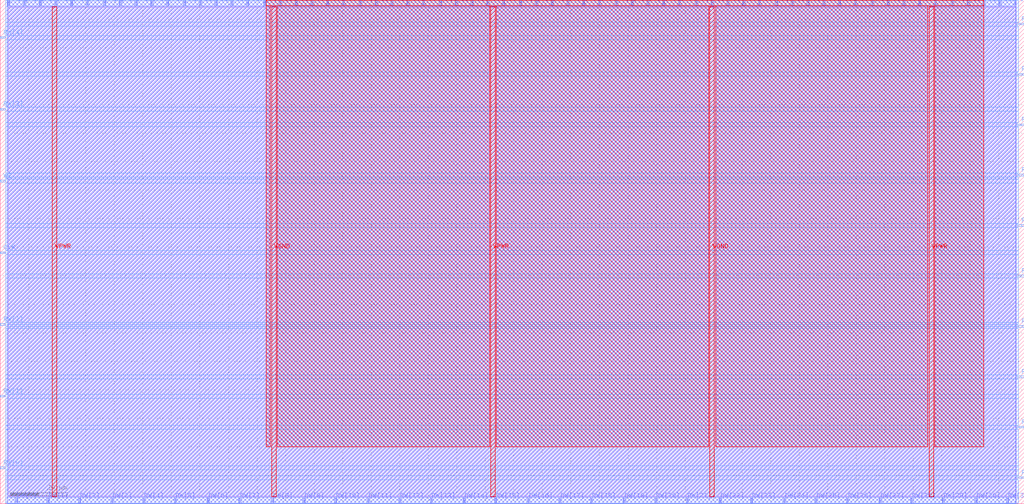
<source format=lef>
VERSION 5.7 ;
  NOWIREEXTENSIONATPIN ON ;
  DIVIDERCHAR "/" ;
  BUSBITCHARS "[]" ;
MACRO DFFRF_2R1W
  CLASS BLOCK ;
  FOREIGN DFFRF_2R1W ;
  ORIGIN 0.000 0.000 ;
  SIZE 358.800 BY 176.800 ;
  PIN CLK
    DIRECTION INPUT ;
    USE SIGNAL ;
    PORT
      LAYER met3 ;
        RECT 0.000 87.760 2.000 88.360 ;
    END
  END CLK
  PIN DA[0]
    DIRECTION OUTPUT TRISTATE ;
    USE SIGNAL ;
    PORT
      LAYER met2 ;
        RECT 2.850 174.800 3.130 176.800 ;
    END
  END DA[0]
  PIN DA[10]
    DIRECTION OUTPUT TRISTATE ;
    USE SIGNAL ;
    PORT
      LAYER met2 ;
        RECT 58.510 174.800 58.790 176.800 ;
    END
  END DA[10]
  PIN DA[11]
    DIRECTION OUTPUT TRISTATE ;
    USE SIGNAL ;
    PORT
      LAYER met2 ;
        RECT 64.490 174.800 64.770 176.800 ;
    END
  END DA[11]
  PIN DA[12]
    DIRECTION OUTPUT TRISTATE ;
    USE SIGNAL ;
    PORT
      LAYER met2 ;
        RECT 70.010 174.800 70.290 176.800 ;
    END
  END DA[12]
  PIN DA[13]
    DIRECTION OUTPUT TRISTATE ;
    USE SIGNAL ;
    PORT
      LAYER met2 ;
        RECT 75.530 174.800 75.810 176.800 ;
    END
  END DA[13]
  PIN DA[14]
    DIRECTION OUTPUT TRISTATE ;
    USE SIGNAL ;
    PORT
      LAYER met2 ;
        RECT 81.050 174.800 81.330 176.800 ;
    END
  END DA[14]
  PIN DA[15]
    DIRECTION OUTPUT TRISTATE ;
    USE SIGNAL ;
    PORT
      LAYER met2 ;
        RECT 86.570 174.800 86.850 176.800 ;
    END
  END DA[15]
  PIN DA[16]
    DIRECTION OUTPUT TRISTATE ;
    USE SIGNAL ;
    PORT
      LAYER met2 ;
        RECT 92.550 174.800 92.830 176.800 ;
    END
  END DA[16]
  PIN DA[17]
    DIRECTION OUTPUT TRISTATE ;
    USE SIGNAL ;
    PORT
      LAYER met2 ;
        RECT 98.070 174.800 98.350 176.800 ;
    END
  END DA[17]
  PIN DA[18]
    DIRECTION OUTPUT TRISTATE ;
    USE SIGNAL ;
    PORT
      LAYER met2 ;
        RECT 103.590 174.800 103.870 176.800 ;
    END
  END DA[18]
  PIN DA[19]
    DIRECTION OUTPUT TRISTATE ;
    USE SIGNAL ;
    PORT
      LAYER met2 ;
        RECT 109.110 174.800 109.390 176.800 ;
    END
  END DA[19]
  PIN DA[1]
    DIRECTION OUTPUT TRISTATE ;
    USE SIGNAL ;
    PORT
      LAYER met2 ;
        RECT 8.370 174.800 8.650 176.800 ;
    END
  END DA[1]
  PIN DA[20]
    DIRECTION OUTPUT TRISTATE ;
    USE SIGNAL ;
    PORT
      LAYER met2 ;
        RECT 114.630 174.800 114.910 176.800 ;
    END
  END DA[20]
  PIN DA[21]
    DIRECTION OUTPUT TRISTATE ;
    USE SIGNAL ;
    PORT
      LAYER met2 ;
        RECT 120.150 174.800 120.430 176.800 ;
    END
  END DA[21]
  PIN DA[22]
    DIRECTION OUTPUT TRISTATE ;
    USE SIGNAL ;
    PORT
      LAYER met2 ;
        RECT 126.130 174.800 126.410 176.800 ;
    END
  END DA[22]
  PIN DA[23]
    DIRECTION OUTPUT TRISTATE ;
    USE SIGNAL ;
    PORT
      LAYER met2 ;
        RECT 131.650 174.800 131.930 176.800 ;
    END
  END DA[23]
  PIN DA[24]
    DIRECTION OUTPUT TRISTATE ;
    USE SIGNAL ;
    PORT
      LAYER met2 ;
        RECT 137.170 174.800 137.450 176.800 ;
    END
  END DA[24]
  PIN DA[25]
    DIRECTION OUTPUT TRISTATE ;
    USE SIGNAL ;
    PORT
      LAYER met2 ;
        RECT 142.690 174.800 142.970 176.800 ;
    END
  END DA[25]
  PIN DA[26]
    DIRECTION OUTPUT TRISTATE ;
    USE SIGNAL ;
    PORT
      LAYER met2 ;
        RECT 148.210 174.800 148.490 176.800 ;
    END
  END DA[26]
  PIN DA[27]
    DIRECTION OUTPUT TRISTATE ;
    USE SIGNAL ;
    PORT
      LAYER met2 ;
        RECT 154.190 174.800 154.470 176.800 ;
    END
  END DA[27]
  PIN DA[28]
    DIRECTION OUTPUT TRISTATE ;
    USE SIGNAL ;
    PORT
      LAYER met2 ;
        RECT 159.710 174.800 159.990 176.800 ;
    END
  END DA[28]
  PIN DA[29]
    DIRECTION OUTPUT TRISTATE ;
    USE SIGNAL ;
    PORT
      LAYER met2 ;
        RECT 165.230 174.800 165.510 176.800 ;
    END
  END DA[29]
  PIN DA[2]
    DIRECTION OUTPUT TRISTATE ;
    USE SIGNAL ;
    PORT
      LAYER met2 ;
        RECT 13.890 174.800 14.170 176.800 ;
    END
  END DA[2]
  PIN DA[30]
    DIRECTION OUTPUT TRISTATE ;
    USE SIGNAL ;
    PORT
      LAYER met2 ;
        RECT 170.750 174.800 171.030 176.800 ;
    END
  END DA[30]
  PIN DA[31]
    DIRECTION OUTPUT TRISTATE ;
    USE SIGNAL ;
    PORT
      LAYER met2 ;
        RECT 176.270 174.800 176.550 176.800 ;
    END
  END DA[31]
  PIN DA[3]
    DIRECTION OUTPUT TRISTATE ;
    USE SIGNAL ;
    PORT
      LAYER met2 ;
        RECT 19.410 174.800 19.690 176.800 ;
    END
  END DA[3]
  PIN DA[4]
    DIRECTION OUTPUT TRISTATE ;
    USE SIGNAL ;
    PORT
      LAYER met2 ;
        RECT 24.930 174.800 25.210 176.800 ;
    END
  END DA[4]
  PIN DA[5]
    DIRECTION OUTPUT TRISTATE ;
    USE SIGNAL ;
    PORT
      LAYER met2 ;
        RECT 30.450 174.800 30.730 176.800 ;
    END
  END DA[5]
  PIN DA[6]
    DIRECTION OUTPUT TRISTATE ;
    USE SIGNAL ;
    PORT
      LAYER met2 ;
        RECT 36.430 174.800 36.710 176.800 ;
    END
  END DA[6]
  PIN DA[7]
    DIRECTION OUTPUT TRISTATE ;
    USE SIGNAL ;
    PORT
      LAYER met2 ;
        RECT 41.950 174.800 42.230 176.800 ;
    END
  END DA[7]
  PIN DA[8]
    DIRECTION OUTPUT TRISTATE ;
    USE SIGNAL ;
    PORT
      LAYER met2 ;
        RECT 47.470 174.800 47.750 176.800 ;
    END
  END DA[8]
  PIN DA[9]
    DIRECTION OUTPUT TRISTATE ;
    USE SIGNAL ;
    PORT
      LAYER met2 ;
        RECT 52.990 174.800 53.270 176.800 ;
    END
  END DA[9]
  PIN DB[0]
    DIRECTION OUTPUT TRISTATE ;
    USE SIGNAL ;
    PORT
      LAYER met2 ;
        RECT 182.250 174.800 182.530 176.800 ;
    END
  END DB[0]
  PIN DB[10]
    DIRECTION OUTPUT TRISTATE ;
    USE SIGNAL ;
    PORT
      LAYER met2 ;
        RECT 237.910 174.800 238.190 176.800 ;
    END
  END DB[10]
  PIN DB[11]
    DIRECTION OUTPUT TRISTATE ;
    USE SIGNAL ;
    PORT
      LAYER met2 ;
        RECT 243.890 174.800 244.170 176.800 ;
    END
  END DB[11]
  PIN DB[12]
    DIRECTION OUTPUT TRISTATE ;
    USE SIGNAL ;
    PORT
      LAYER met2 ;
        RECT 249.410 174.800 249.690 176.800 ;
    END
  END DB[12]
  PIN DB[13]
    DIRECTION OUTPUT TRISTATE ;
    USE SIGNAL ;
    PORT
      LAYER met2 ;
        RECT 254.930 174.800 255.210 176.800 ;
    END
  END DB[13]
  PIN DB[14]
    DIRECTION OUTPUT TRISTATE ;
    USE SIGNAL ;
    PORT
      LAYER met2 ;
        RECT 260.450 174.800 260.730 176.800 ;
    END
  END DB[14]
  PIN DB[15]
    DIRECTION OUTPUT TRISTATE ;
    USE SIGNAL ;
    PORT
      LAYER met2 ;
        RECT 265.970 174.800 266.250 176.800 ;
    END
  END DB[15]
  PIN DB[16]
    DIRECTION OUTPUT TRISTATE ;
    USE SIGNAL ;
    PORT
      LAYER met2 ;
        RECT 271.950 174.800 272.230 176.800 ;
    END
  END DB[16]
  PIN DB[17]
    DIRECTION OUTPUT TRISTATE ;
    USE SIGNAL ;
    PORT
      LAYER met2 ;
        RECT 277.470 174.800 277.750 176.800 ;
    END
  END DB[17]
  PIN DB[18]
    DIRECTION OUTPUT TRISTATE ;
    USE SIGNAL ;
    PORT
      LAYER met2 ;
        RECT 282.990 174.800 283.270 176.800 ;
    END
  END DB[18]
  PIN DB[19]
    DIRECTION OUTPUT TRISTATE ;
    USE SIGNAL ;
    PORT
      LAYER met2 ;
        RECT 288.510 174.800 288.790 176.800 ;
    END
  END DB[19]
  PIN DB[1]
    DIRECTION OUTPUT TRISTATE ;
    USE SIGNAL ;
    PORT
      LAYER met2 ;
        RECT 187.770 174.800 188.050 176.800 ;
    END
  END DB[1]
  PIN DB[20]
    DIRECTION OUTPUT TRISTATE ;
    USE SIGNAL ;
    PORT
      LAYER met2 ;
        RECT 294.030 174.800 294.310 176.800 ;
    END
  END DB[20]
  PIN DB[21]
    DIRECTION OUTPUT TRISTATE ;
    USE SIGNAL ;
    PORT
      LAYER met2 ;
        RECT 299.550 174.800 299.830 176.800 ;
    END
  END DB[21]
  PIN DB[22]
    DIRECTION OUTPUT TRISTATE ;
    USE SIGNAL ;
    PORT
      LAYER met2 ;
        RECT 305.530 174.800 305.810 176.800 ;
    END
  END DB[22]
  PIN DB[23]
    DIRECTION OUTPUT TRISTATE ;
    USE SIGNAL ;
    PORT
      LAYER met2 ;
        RECT 311.050 174.800 311.330 176.800 ;
    END
  END DB[23]
  PIN DB[24]
    DIRECTION OUTPUT TRISTATE ;
    USE SIGNAL ;
    PORT
      LAYER met2 ;
        RECT 316.570 174.800 316.850 176.800 ;
    END
  END DB[24]
  PIN DB[25]
    DIRECTION OUTPUT TRISTATE ;
    USE SIGNAL ;
    PORT
      LAYER met2 ;
        RECT 322.090 174.800 322.370 176.800 ;
    END
  END DB[25]
  PIN DB[26]
    DIRECTION OUTPUT TRISTATE ;
    USE SIGNAL ;
    PORT
      LAYER met2 ;
        RECT 327.610 174.800 327.890 176.800 ;
    END
  END DB[26]
  PIN DB[27]
    DIRECTION OUTPUT TRISTATE ;
    USE SIGNAL ;
    PORT
      LAYER met2 ;
        RECT 333.590 174.800 333.870 176.800 ;
    END
  END DB[27]
  PIN DB[28]
    DIRECTION OUTPUT TRISTATE ;
    USE SIGNAL ;
    PORT
      LAYER met2 ;
        RECT 339.110 174.800 339.390 176.800 ;
    END
  END DB[28]
  PIN DB[29]
    DIRECTION OUTPUT TRISTATE ;
    USE SIGNAL ;
    PORT
      LAYER met2 ;
        RECT 344.630 174.800 344.910 176.800 ;
    END
  END DB[29]
  PIN DB[2]
    DIRECTION OUTPUT TRISTATE ;
    USE SIGNAL ;
    PORT
      LAYER met2 ;
        RECT 193.290 174.800 193.570 176.800 ;
    END
  END DB[2]
  PIN DB[30]
    DIRECTION OUTPUT TRISTATE ;
    USE SIGNAL ;
    PORT
      LAYER met2 ;
        RECT 350.150 174.800 350.430 176.800 ;
    END
  END DB[30]
  PIN DB[31]
    DIRECTION OUTPUT TRISTATE ;
    USE SIGNAL ;
    PORT
      LAYER met2 ;
        RECT 355.670 174.800 355.950 176.800 ;
    END
  END DB[31]
  PIN DB[3]
    DIRECTION OUTPUT TRISTATE ;
    USE SIGNAL ;
    PORT
      LAYER met2 ;
        RECT 198.810 174.800 199.090 176.800 ;
    END
  END DB[3]
  PIN DB[4]
    DIRECTION OUTPUT TRISTATE ;
    USE SIGNAL ;
    PORT
      LAYER met2 ;
        RECT 204.330 174.800 204.610 176.800 ;
    END
  END DB[4]
  PIN DB[5]
    DIRECTION OUTPUT TRISTATE ;
    USE SIGNAL ;
    PORT
      LAYER met2 ;
        RECT 209.850 174.800 210.130 176.800 ;
    END
  END DB[5]
  PIN DB[6]
    DIRECTION OUTPUT TRISTATE ;
    USE SIGNAL ;
    PORT
      LAYER met2 ;
        RECT 215.830 174.800 216.110 176.800 ;
    END
  END DB[6]
  PIN DB[7]
    DIRECTION OUTPUT TRISTATE ;
    USE SIGNAL ;
    PORT
      LAYER met2 ;
        RECT 221.350 174.800 221.630 176.800 ;
    END
  END DB[7]
  PIN DB[8]
    DIRECTION OUTPUT TRISTATE ;
    USE SIGNAL ;
    PORT
      LAYER met2 ;
        RECT 226.870 174.800 227.150 176.800 ;
    END
  END DB[8]
  PIN DB[9]
    DIRECTION OUTPUT TRISTATE ;
    USE SIGNAL ;
    PORT
      LAYER met2 ;
        RECT 232.390 174.800 232.670 176.800 ;
    END
  END DB[9]
  PIN DW[0]
    DIRECTION INPUT ;
    USE SIGNAL ;
    PORT
      LAYER met2 ;
        RECT 5.610 0.000 5.890 2.000 ;
    END
  END DW[0]
  PIN DW[10]
    DIRECTION INPUT ;
    USE SIGNAL ;
    PORT
      LAYER met2 ;
        RECT 117.390 0.000 117.670 2.000 ;
    END
  END DW[10]
  PIN DW[11]
    DIRECTION INPUT ;
    USE SIGNAL ;
    PORT
      LAYER met2 ;
        RECT 128.890 0.000 129.170 2.000 ;
    END
  END DW[11]
  PIN DW[12]
    DIRECTION INPUT ;
    USE SIGNAL ;
    PORT
      LAYER met2 ;
        RECT 139.930 0.000 140.210 2.000 ;
    END
  END DW[12]
  PIN DW[13]
    DIRECTION INPUT ;
    USE SIGNAL ;
    PORT
      LAYER met2 ;
        RECT 150.970 0.000 151.250 2.000 ;
    END
  END DW[13]
  PIN DW[14]
    DIRECTION INPUT ;
    USE SIGNAL ;
    PORT
      LAYER met2 ;
        RECT 162.470 0.000 162.750 2.000 ;
    END
  END DW[14]
  PIN DW[15]
    DIRECTION INPUT ;
    USE SIGNAL ;
    PORT
      LAYER met2 ;
        RECT 173.510 0.000 173.790 2.000 ;
    END
  END DW[15]
  PIN DW[16]
    DIRECTION INPUT ;
    USE SIGNAL ;
    PORT
      LAYER met2 ;
        RECT 185.010 0.000 185.290 2.000 ;
    END
  END DW[16]
  PIN DW[17]
    DIRECTION INPUT ;
    USE SIGNAL ;
    PORT
      LAYER met2 ;
        RECT 196.050 0.000 196.330 2.000 ;
    END
  END DW[17]
  PIN DW[18]
    DIRECTION INPUT ;
    USE SIGNAL ;
    PORT
      LAYER met2 ;
        RECT 207.090 0.000 207.370 2.000 ;
    END
  END DW[18]
  PIN DW[19]
    DIRECTION INPUT ;
    USE SIGNAL ;
    PORT
      LAYER met2 ;
        RECT 218.590 0.000 218.870 2.000 ;
    END
  END DW[19]
  PIN DW[1]
    DIRECTION INPUT ;
    USE SIGNAL ;
    PORT
      LAYER met2 ;
        RECT 16.650 0.000 16.930 2.000 ;
    END
  END DW[1]
  PIN DW[20]
    DIRECTION INPUT ;
    USE SIGNAL ;
    PORT
      LAYER met2 ;
        RECT 229.630 0.000 229.910 2.000 ;
    END
  END DW[20]
  PIN DW[21]
    DIRECTION INPUT ;
    USE SIGNAL ;
    PORT
      LAYER met2 ;
        RECT 240.670 0.000 240.950 2.000 ;
    END
  END DW[21]
  PIN DW[22]
    DIRECTION INPUT ;
    USE SIGNAL ;
    PORT
      LAYER met2 ;
        RECT 252.170 0.000 252.450 2.000 ;
    END
  END DW[22]
  PIN DW[23]
    DIRECTION INPUT ;
    USE SIGNAL ;
    PORT
      LAYER met2 ;
        RECT 263.210 0.000 263.490 2.000 ;
    END
  END DW[23]
  PIN DW[24]
    DIRECTION INPUT ;
    USE SIGNAL ;
    PORT
      LAYER met2 ;
        RECT 274.710 0.000 274.990 2.000 ;
    END
  END DW[24]
  PIN DW[25]
    DIRECTION INPUT ;
    USE SIGNAL ;
    PORT
      LAYER met2 ;
        RECT 285.750 0.000 286.030 2.000 ;
    END
  END DW[25]
  PIN DW[26]
    DIRECTION INPUT ;
    USE SIGNAL ;
    PORT
      LAYER met2 ;
        RECT 296.790 0.000 297.070 2.000 ;
    END
  END DW[26]
  PIN DW[27]
    DIRECTION INPUT ;
    USE SIGNAL ;
    PORT
      LAYER met2 ;
        RECT 308.290 0.000 308.570 2.000 ;
    END
  END DW[27]
  PIN DW[28]
    DIRECTION INPUT ;
    USE SIGNAL ;
    PORT
      LAYER met2 ;
        RECT 319.330 0.000 319.610 2.000 ;
    END
  END DW[28]
  PIN DW[29]
    DIRECTION INPUT ;
    USE SIGNAL ;
    PORT
      LAYER met2 ;
        RECT 330.370 0.000 330.650 2.000 ;
    END
  END DW[29]
  PIN DW[2]
    DIRECTION INPUT ;
    USE SIGNAL ;
    PORT
      LAYER met2 ;
        RECT 27.690 0.000 27.970 2.000 ;
    END
  END DW[2]
  PIN DW[30]
    DIRECTION INPUT ;
    USE SIGNAL ;
    PORT
      LAYER met2 ;
        RECT 341.870 0.000 342.150 2.000 ;
    END
  END DW[30]
  PIN DW[31]
    DIRECTION INPUT ;
    USE SIGNAL ;
    PORT
      LAYER met2 ;
        RECT 352.910 0.000 353.190 2.000 ;
    END
  END DW[31]
  PIN DW[3]
    DIRECTION INPUT ;
    USE SIGNAL ;
    PORT
      LAYER met2 ;
        RECT 39.190 0.000 39.470 2.000 ;
    END
  END DW[3]
  PIN DW[4]
    DIRECTION INPUT ;
    USE SIGNAL ;
    PORT
      LAYER met2 ;
        RECT 50.230 0.000 50.510 2.000 ;
    END
  END DW[4]
  PIN DW[5]
    DIRECTION INPUT ;
    USE SIGNAL ;
    PORT
      LAYER met2 ;
        RECT 61.270 0.000 61.550 2.000 ;
    END
  END DW[5]
  PIN DW[6]
    DIRECTION INPUT ;
    USE SIGNAL ;
    PORT
      LAYER met2 ;
        RECT 72.770 0.000 73.050 2.000 ;
    END
  END DW[6]
  PIN DW[7]
    DIRECTION INPUT ;
    USE SIGNAL ;
    PORT
      LAYER met2 ;
        RECT 83.810 0.000 84.090 2.000 ;
    END
  END DW[7]
  PIN DW[8]
    DIRECTION INPUT ;
    USE SIGNAL ;
    PORT
      LAYER met2 ;
        RECT 95.310 0.000 95.590 2.000 ;
    END
  END DW[8]
  PIN DW[9]
    DIRECTION INPUT ;
    USE SIGNAL ;
    PORT
      LAYER met2 ;
        RECT 106.350 0.000 106.630 2.000 ;
    END
  END DW[9]
  PIN RA[0]
    DIRECTION INPUT ;
    USE SIGNAL ;
    PORT
      LAYER met3 ;
        RECT 356.800 8.880 358.800 9.480 ;
    END
  END RA[0]
  PIN RA[1]
    DIRECTION INPUT ;
    USE SIGNAL ;
    PORT
      LAYER met3 ;
        RECT 356.800 26.560 358.800 27.160 ;
    END
  END RA[1]
  PIN RA[2]
    DIRECTION INPUT ;
    USE SIGNAL ;
    PORT
      LAYER met3 ;
        RECT 356.800 44.240 358.800 44.840 ;
    END
  END RA[2]
  PIN RA[3]
    DIRECTION INPUT ;
    USE SIGNAL ;
    PORT
      LAYER met3 ;
        RECT 356.800 61.920 358.800 62.520 ;
    END
  END RA[3]
  PIN RA[4]
    DIRECTION INPUT ;
    USE SIGNAL ;
    PORT
      LAYER met3 ;
        RECT 356.800 79.600 358.800 80.200 ;
    END
  END RA[4]
  PIN RB[0]
    DIRECTION INPUT ;
    USE SIGNAL ;
    PORT
      LAYER met3 ;
        RECT 356.800 97.280 358.800 97.880 ;
    END
  END RB[0]
  PIN RB[1]
    DIRECTION INPUT ;
    USE SIGNAL ;
    PORT
      LAYER met3 ;
        RECT 356.800 114.960 358.800 115.560 ;
    END
  END RB[1]
  PIN RB[2]
    DIRECTION INPUT ;
    USE SIGNAL ;
    PORT
      LAYER met3 ;
        RECT 356.800 132.640 358.800 133.240 ;
    END
  END RB[2]
  PIN RB[3]
    DIRECTION INPUT ;
    USE SIGNAL ;
    PORT
      LAYER met3 ;
        RECT 356.800 150.320 358.800 150.920 ;
    END
  END RB[3]
  PIN RB[4]
    DIRECTION INPUT ;
    USE SIGNAL ;
    PORT
      LAYER met3 ;
        RECT 356.800 168.000 358.800 168.600 ;
    END
  END RB[4]
  PIN RW[0]
    DIRECTION INPUT ;
    USE SIGNAL ;
    PORT
      LAYER met3 ;
        RECT 0.000 12.280 2.000 12.880 ;
    END
  END RW[0]
  PIN RW[1]
    DIRECTION INPUT ;
    USE SIGNAL ;
    PORT
      LAYER met3 ;
        RECT 0.000 37.440 2.000 38.040 ;
    END
  END RW[1]
  PIN RW[2]
    DIRECTION INPUT ;
    USE SIGNAL ;
    PORT
      LAYER met3 ;
        RECT 0.000 62.600 2.000 63.200 ;
    END
  END RW[2]
  PIN RW[3]
    DIRECTION INPUT ;
    USE SIGNAL ;
    PORT
      LAYER met3 ;
        RECT 0.000 138.080 2.000 138.680 ;
    END
  END RW[3]
  PIN RW[4]
    DIRECTION INPUT ;
    USE SIGNAL ;
    PORT
      LAYER met3 ;
        RECT 0.000 163.240 2.000 163.840 ;
    END
  END RW[4]
  PIN VGND
    DIRECTION INOUT ;
    USE GROUND ;
    PORT
      LAYER met4 ;
        RECT 95.080 2.480 96.680 174.320 ;
    END
    PORT
      LAYER met4 ;
        RECT 248.680 2.480 250.280 174.320 ;
    END
  END VGND
  PIN VPWR
    DIRECTION INOUT ;
    USE POWER ;
    PORT
      LAYER met4 ;
        RECT 18.280 2.480 19.880 174.320 ;
    END
    PORT
      LAYER met4 ;
        RECT 171.880 2.480 173.480 174.320 ;
    END
    PORT
      LAYER met4 ;
        RECT 325.480 2.480 327.080 174.320 ;
    END
  END VPWR
  PIN WE
    DIRECTION INPUT ;
    USE SIGNAL ;
    PORT
      LAYER met3 ;
        RECT 0.000 112.920 2.000 113.520 ;
    END
  END WE
  OBS
      LAYER li1 ;
        RECT 2.760 2.635 356.040 174.165 ;
      LAYER met1 ;
        RECT 2.370 0.040 356.040 176.760 ;
      LAYER met2 ;
        RECT 2.400 174.520 2.570 176.790 ;
        RECT 3.410 174.520 8.090 176.790 ;
        RECT 8.930 174.520 13.610 176.790 ;
        RECT 14.450 174.520 19.130 176.790 ;
        RECT 19.970 174.520 24.650 176.790 ;
        RECT 25.490 174.520 30.170 176.790 ;
        RECT 31.010 174.520 36.150 176.790 ;
        RECT 36.990 174.520 41.670 176.790 ;
        RECT 42.510 174.520 47.190 176.790 ;
        RECT 48.030 174.520 52.710 176.790 ;
        RECT 53.550 174.520 58.230 176.790 ;
        RECT 59.070 174.520 64.210 176.790 ;
        RECT 65.050 174.520 69.730 176.790 ;
        RECT 70.570 174.520 75.250 176.790 ;
        RECT 76.090 174.520 80.770 176.790 ;
        RECT 81.610 174.520 86.290 176.790 ;
        RECT 87.130 174.520 92.270 176.790 ;
        RECT 93.110 174.520 97.790 176.790 ;
        RECT 98.630 174.520 103.310 176.790 ;
        RECT 104.150 174.520 108.830 176.790 ;
        RECT 109.670 174.520 114.350 176.790 ;
        RECT 115.190 174.520 119.870 176.790 ;
        RECT 120.710 174.520 125.850 176.790 ;
        RECT 126.690 174.520 131.370 176.790 ;
        RECT 132.210 174.520 136.890 176.790 ;
        RECT 137.730 174.520 142.410 176.790 ;
        RECT 143.250 174.520 147.930 176.790 ;
        RECT 148.770 174.520 153.910 176.790 ;
        RECT 154.750 174.520 159.430 176.790 ;
        RECT 160.270 174.520 164.950 176.790 ;
        RECT 165.790 174.520 170.470 176.790 ;
        RECT 171.310 174.520 175.990 176.790 ;
        RECT 176.830 174.520 181.970 176.790 ;
        RECT 182.810 174.520 187.490 176.790 ;
        RECT 188.330 174.520 193.010 176.790 ;
        RECT 193.850 174.520 198.530 176.790 ;
        RECT 199.370 174.520 204.050 176.790 ;
        RECT 204.890 174.520 209.570 176.790 ;
        RECT 210.410 174.520 215.550 176.790 ;
        RECT 216.390 174.520 221.070 176.790 ;
        RECT 221.910 174.520 226.590 176.790 ;
        RECT 227.430 174.520 232.110 176.790 ;
        RECT 232.950 174.520 237.630 176.790 ;
        RECT 238.470 174.520 243.610 176.790 ;
        RECT 244.450 174.520 249.130 176.790 ;
        RECT 249.970 174.520 254.650 176.790 ;
        RECT 255.490 174.520 260.170 176.790 ;
        RECT 261.010 174.520 265.690 176.790 ;
        RECT 266.530 174.520 271.670 176.790 ;
        RECT 272.510 174.520 277.190 176.790 ;
        RECT 278.030 174.520 282.710 176.790 ;
        RECT 283.550 174.520 288.230 176.790 ;
        RECT 289.070 174.520 293.750 176.790 ;
        RECT 294.590 174.520 299.270 176.790 ;
        RECT 300.110 174.520 305.250 176.790 ;
        RECT 306.090 174.520 310.770 176.790 ;
        RECT 311.610 174.520 316.290 176.790 ;
        RECT 317.130 174.520 321.810 176.790 ;
        RECT 322.650 174.520 327.330 176.790 ;
        RECT 328.170 174.520 333.310 176.790 ;
        RECT 334.150 174.520 338.830 176.790 ;
        RECT 339.670 174.520 344.350 176.790 ;
        RECT 345.190 174.520 349.870 176.790 ;
        RECT 350.710 174.520 355.390 176.790 ;
        RECT 2.400 2.280 355.940 174.520 ;
        RECT 2.400 0.010 5.330 2.280 ;
        RECT 6.170 0.010 16.370 2.280 ;
        RECT 17.210 0.010 27.410 2.280 ;
        RECT 28.250 0.010 38.910 2.280 ;
        RECT 39.750 0.010 49.950 2.280 ;
        RECT 50.790 0.010 60.990 2.280 ;
        RECT 61.830 0.010 72.490 2.280 ;
        RECT 73.330 0.010 83.530 2.280 ;
        RECT 84.370 0.010 95.030 2.280 ;
        RECT 95.870 0.010 106.070 2.280 ;
        RECT 106.910 0.010 117.110 2.280 ;
        RECT 117.950 0.010 128.610 2.280 ;
        RECT 129.450 0.010 139.650 2.280 ;
        RECT 140.490 0.010 150.690 2.280 ;
        RECT 151.530 0.010 162.190 2.280 ;
        RECT 163.030 0.010 173.230 2.280 ;
        RECT 174.070 0.010 184.730 2.280 ;
        RECT 185.570 0.010 195.770 2.280 ;
        RECT 196.610 0.010 206.810 2.280 ;
        RECT 207.650 0.010 218.310 2.280 ;
        RECT 219.150 0.010 229.350 2.280 ;
        RECT 230.190 0.010 240.390 2.280 ;
        RECT 241.230 0.010 251.890 2.280 ;
        RECT 252.730 0.010 262.930 2.280 ;
        RECT 263.770 0.010 274.430 2.280 ;
        RECT 275.270 0.010 285.470 2.280 ;
        RECT 286.310 0.010 296.510 2.280 ;
        RECT 297.350 0.010 308.010 2.280 ;
        RECT 308.850 0.010 319.050 2.280 ;
        RECT 319.890 0.010 330.090 2.280 ;
        RECT 330.930 0.010 341.590 2.280 ;
        RECT 342.430 0.010 352.630 2.280 ;
        RECT 353.470 0.010 355.940 2.280 ;
      LAYER met3 ;
        RECT 2.000 169.000 356.800 176.625 ;
        RECT 2.000 167.600 356.400 169.000 ;
        RECT 2.000 164.240 356.800 167.600 ;
        RECT 2.400 162.840 356.800 164.240 ;
        RECT 2.000 151.320 356.800 162.840 ;
        RECT 2.000 149.920 356.400 151.320 ;
        RECT 2.000 139.080 356.800 149.920 ;
        RECT 2.400 137.680 356.800 139.080 ;
        RECT 2.000 133.640 356.800 137.680 ;
        RECT 2.000 132.240 356.400 133.640 ;
        RECT 2.000 115.960 356.800 132.240 ;
        RECT 2.000 114.560 356.400 115.960 ;
        RECT 2.000 113.920 356.800 114.560 ;
        RECT 2.400 112.520 356.800 113.920 ;
        RECT 2.000 98.280 356.800 112.520 ;
        RECT 2.000 96.880 356.400 98.280 ;
        RECT 2.000 88.760 356.800 96.880 ;
        RECT 2.400 87.360 356.800 88.760 ;
        RECT 2.000 80.600 356.800 87.360 ;
        RECT 2.000 79.200 356.400 80.600 ;
        RECT 2.000 63.600 356.800 79.200 ;
        RECT 2.400 62.920 356.800 63.600 ;
        RECT 2.400 62.200 356.400 62.920 ;
        RECT 2.000 61.520 356.400 62.200 ;
        RECT 2.000 45.240 356.800 61.520 ;
        RECT 2.000 43.840 356.400 45.240 ;
        RECT 2.000 38.440 356.800 43.840 ;
        RECT 2.400 37.040 356.800 38.440 ;
        RECT 2.000 27.560 356.800 37.040 ;
        RECT 2.000 26.160 356.400 27.560 ;
        RECT 2.000 13.280 356.800 26.160 ;
        RECT 2.400 11.880 356.800 13.280 ;
        RECT 2.000 9.880 356.800 11.880 ;
        RECT 2.000 8.480 356.400 9.880 ;
        RECT 2.000 0.175 356.800 8.480 ;
      LAYER met4 ;
        RECT 93.215 174.720 344.705 176.625 ;
        RECT 93.215 19.895 94.680 174.720 ;
        RECT 97.080 19.895 171.480 174.720 ;
        RECT 173.880 19.895 248.280 174.720 ;
        RECT 250.680 19.895 325.080 174.720 ;
        RECT 327.480 19.895 344.705 174.720 ;
  END
END DFFRF_2R1W
END LIBRARY


</source>
